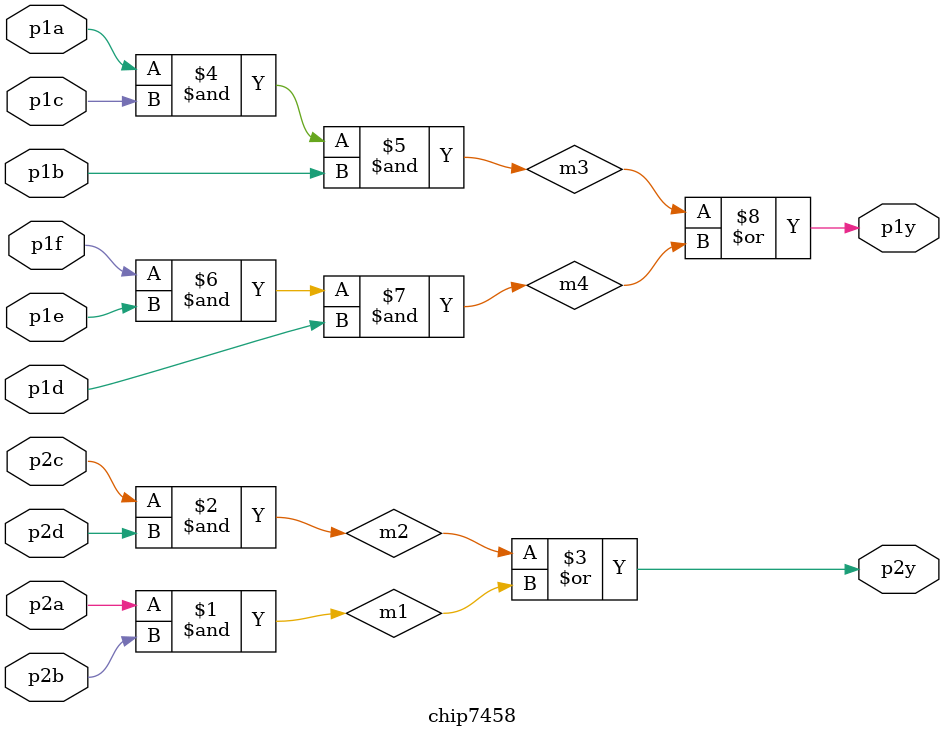
<source format=sv>
module wire_behavior( // 3 inputs, 4 outputs, wire behavior
    input a,b,c,
    output w,x,y,z );
	assign w = a;
    assign x = b;
    assign y = b;
    assign z = c;
       
endmodule

module basic_gates ( 
  input a,b, 
  output notg, andg, norg, xorg
);
  not g1 (notg, a);
  and g2 (andg, a, b);
  assign norg = ~(a|b); // nor gate
  xnor (xorg, a, b); // xor gate
endmodule

module wires( // 4 inputs, fed thru and gates in pairs, results are Or'd 
  input a,b,c,d,
  output out, out_n );
  wire m1, m2;
  assign m1 = a&b;
  assign m2 = c&d;
  assign out = m1|m2;
  assign out_n = ~out;
endmodule

module chip7458( // 10 inputs + 2 outputs, 4 AND gates (2x 2-input, 2x 3-input)
    input p1a, p1b, p1c, p1d, p1e, p1f,
    output p1y,
    input p2a, p2b, p2c, p2d,
    output p2y );
  // each pair of AND's are Or'd and outputted
  wire m1, m2, m3, m4;
    assign m1 = p2a & p2b;
    assign m2 = p2c & p2d;
    assign p2y = m2 | m1;
    assign m3 = p1a & p1c & p1b;
    assign m4 = p1f & p1e & p1d;
    assign p1y = m3 |m4;
endmodule

</source>
